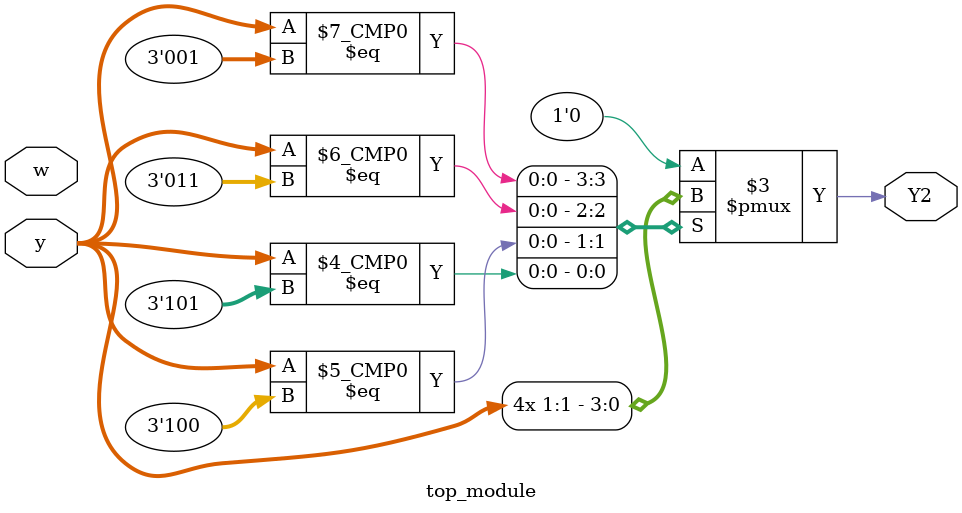
<source format=sv>
module top_module(
  input [3:1] y,
  input w,
  output reg Y2
);

  always @(*) begin
    case(y)
      3'b000: Y2 = 0; // State A
      3'b001: Y2 = y[1]; // State B
      3'b010: Y2 = 0; // State C
      3'b011: Y2 = y[1]; // State D
      3'b100: Y2 = y[1]; // State E
      3'b101: Y2 = y[1]; // State F
      default: Y2 = 0; // Default case
    endcase
  end

endmodule

</source>
